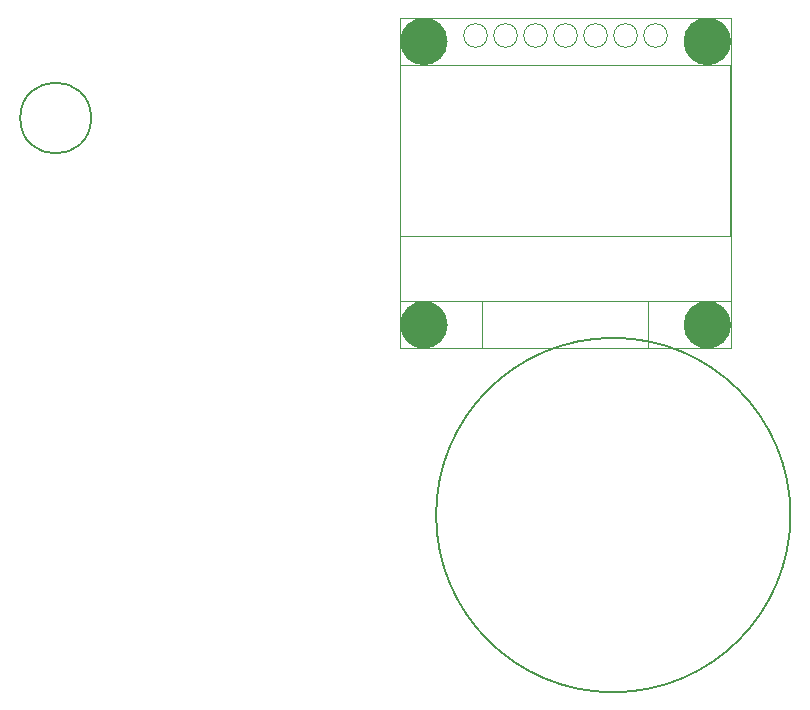
<source format=gbr>
%TF.GenerationSoftware,KiCad,Pcbnew,(6.0.5)*%
%TF.CreationDate,2022-06-18T00:07:38+02:00*%
%TF.ProjectId,clarinoid-devboard,636c6172-696e-46f6-9964-2d646576626f,rev?*%
%TF.SameCoordinates,Original*%
%TF.FileFunction,Other,Comment*%
%FSLAX46Y46*%
G04 Gerber Fmt 4.6, Leading zero omitted, Abs format (unit mm)*
G04 Created by KiCad (PCBNEW (6.0.5)) date 2022-06-18 00:07:38*
%MOMM*%
%LPD*%
G01*
G04 APERTURE LIST*
%ADD10C,0.150000*%
%ADD11C,0.120000*%
%ADD12C,2.000000*%
G04 APERTURE END LIST*
D10*
X187410804Y-102047034D02*
G75*
G03*
X187410804Y-102047034I-15000000J0D01*
G01*
%TO.C,H1*%
X128198312Y-68434542D02*
G75*
G03*
X128198312Y-68434542I-3000000J0D01*
G01*
D11*
%TO.C,U12*%
X154333948Y-83946200D02*
X182333948Y-83946200D01*
X161333948Y-83946200D02*
X175333948Y-83946200D01*
X175333948Y-83946200D02*
X175333948Y-87946200D01*
X175333948Y-87946200D02*
X161333948Y-87946200D01*
X161333948Y-87946200D02*
X161333948Y-83946200D01*
X154373948Y-59946200D02*
X182373948Y-59946200D01*
X182373948Y-59946200D02*
X182373948Y-87946200D01*
X182373948Y-87946200D02*
X154373948Y-87946200D01*
X154373948Y-87946200D02*
X154373948Y-59946200D01*
X182333948Y-63946200D02*
X154373948Y-63946200D01*
X154373948Y-63946200D02*
X154373948Y-78446200D01*
X154373948Y-78446200D02*
X182333948Y-78446200D01*
X182333948Y-78446200D02*
X182333948Y-63946200D01*
X176993948Y-61446200D02*
G75*
G03*
X176993948Y-61446200I-1000000J0D01*
G01*
X169373948Y-61446200D02*
G75*
G03*
X169373948Y-61446200I-1000000J0D01*
G01*
X166833948Y-61446200D02*
G75*
G03*
X166833948Y-61446200I-1000000J0D01*
G01*
X161753948Y-61446200D02*
G75*
G03*
X161753948Y-61446200I-1000000J0D01*
G01*
D12*
X157373948Y-61946200D02*
G75*
G03*
X157373948Y-61946200I-1000000J0D01*
G01*
X181373948Y-85946200D02*
G75*
G03*
X181373948Y-85946200I-1000000J0D01*
G01*
X181373948Y-61946200D02*
G75*
G03*
X181373948Y-61946200I-1000000J0D01*
G01*
D11*
X164293948Y-61446200D02*
G75*
G03*
X164293948Y-61446200I-1000000J0D01*
G01*
D12*
X157373948Y-85946200D02*
G75*
G03*
X157373948Y-85946200I-1000000J0D01*
G01*
D11*
X174453948Y-61446200D02*
G75*
G03*
X174453948Y-61446200I-1000000J0D01*
G01*
X171913948Y-61446200D02*
G75*
G03*
X171913948Y-61446200I-1000000J0D01*
G01*
%TD*%
M02*

</source>
